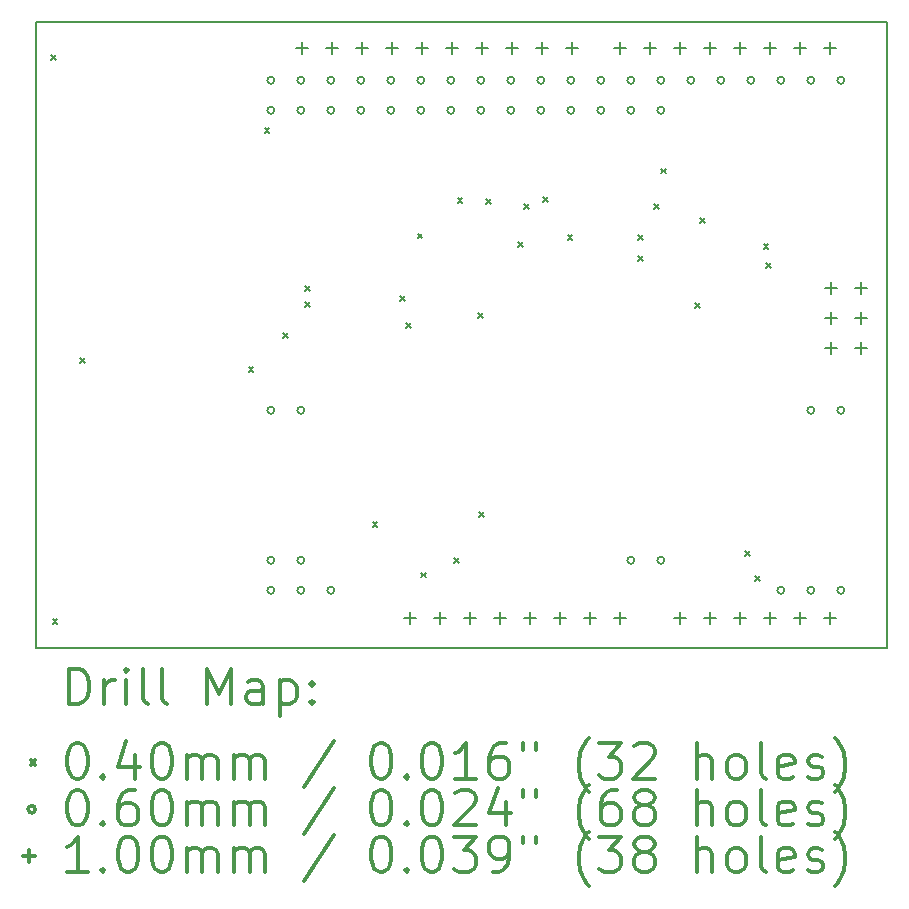
<source format=gbr>
%FSLAX45Y45*%
G04 Gerber Fmt 4.5, Leading zero omitted, Abs format (unit mm)*
G04 Created by KiCad (PCBNEW 5.0.2-bee76a0~70~ubuntu18.04.1) date Fr 23 Aug 2019 08:39:26 CEST*
%MOMM*%
%LPD*%
G01*
G04 APERTURE LIST*
%ADD10C,0.150000*%
%ADD11C,0.200000*%
%ADD12C,0.300000*%
G04 APERTURE END LIST*
D10*
X12300000Y-13000000D02*
X12300000Y-7700000D01*
X5100000Y-7700000D02*
X5100000Y-13000000D01*
X12300000Y-7700000D02*
X5100000Y-7700000D01*
X5100000Y-13000000D02*
X12300000Y-13000000D01*
D11*
X5230000Y-7980000D02*
X5270000Y-8020000D01*
X5270000Y-7980000D02*
X5230000Y-8020000D01*
X5240000Y-12755000D02*
X5280000Y-12795000D01*
X5280000Y-12755000D02*
X5240000Y-12795000D01*
X5470000Y-10545000D02*
X5510000Y-10585000D01*
X5510000Y-10545000D02*
X5470000Y-10585000D01*
X6900000Y-10620000D02*
X6940000Y-10660000D01*
X6940000Y-10620000D02*
X6900000Y-10660000D01*
X7035000Y-8595000D02*
X7075000Y-8635000D01*
X7075000Y-8595000D02*
X7035000Y-8635000D01*
X7190000Y-10330000D02*
X7230000Y-10370000D01*
X7230000Y-10330000D02*
X7190000Y-10370000D01*
X7380000Y-9935000D02*
X7420000Y-9975000D01*
X7420000Y-9935000D02*
X7380000Y-9975000D01*
X7380000Y-10070000D02*
X7420000Y-10110000D01*
X7420000Y-10070000D02*
X7380000Y-10110000D01*
X7950000Y-11930000D02*
X7990000Y-11970000D01*
X7990000Y-11930000D02*
X7950000Y-11970000D01*
X8185000Y-10020000D02*
X8225000Y-10060000D01*
X8225000Y-10020000D02*
X8185000Y-10060000D01*
X8235000Y-10250000D02*
X8275000Y-10290000D01*
X8275000Y-10250000D02*
X8235000Y-10290000D01*
X8330000Y-9490000D02*
X8370000Y-9530000D01*
X8370000Y-9490000D02*
X8330000Y-9530000D01*
X8360000Y-12360000D02*
X8400000Y-12400000D01*
X8400000Y-12360000D02*
X8360000Y-12400000D01*
X8640000Y-12240000D02*
X8680000Y-12280000D01*
X8680000Y-12240000D02*
X8640000Y-12280000D01*
X8670000Y-9190000D02*
X8710000Y-9230000D01*
X8710000Y-9190000D02*
X8670000Y-9230000D01*
X8840000Y-10160000D02*
X8880000Y-10200000D01*
X8880000Y-10160000D02*
X8840000Y-10200000D01*
X8850000Y-11850000D02*
X8890000Y-11890000D01*
X8890000Y-11850000D02*
X8850000Y-11890000D01*
X8910000Y-9200000D02*
X8950000Y-9240000D01*
X8950000Y-9200000D02*
X8910000Y-9240000D01*
X9180000Y-9560000D02*
X9220000Y-9600000D01*
X9220000Y-9560000D02*
X9180000Y-9600000D01*
X9230000Y-9240000D02*
X9270000Y-9280000D01*
X9270000Y-9240000D02*
X9230000Y-9280000D01*
X9390000Y-9180000D02*
X9430000Y-9220000D01*
X9430000Y-9180000D02*
X9390000Y-9220000D01*
X9600000Y-9500000D02*
X9640000Y-9540000D01*
X9640000Y-9500000D02*
X9600000Y-9540000D01*
X10200000Y-9500000D02*
X10240000Y-9540000D01*
X10240000Y-9500000D02*
X10200000Y-9540000D01*
X10200000Y-9680000D02*
X10240000Y-9720000D01*
X10240000Y-9680000D02*
X10200000Y-9720000D01*
X10330000Y-9240000D02*
X10370000Y-9280000D01*
X10370000Y-9240000D02*
X10330000Y-9280000D01*
X10390000Y-8940000D02*
X10430000Y-8980000D01*
X10430000Y-8940000D02*
X10390000Y-8980000D01*
X10680000Y-10080000D02*
X10720000Y-10120000D01*
X10720000Y-10080000D02*
X10680000Y-10120000D01*
X10720000Y-9360000D02*
X10760000Y-9400000D01*
X10760000Y-9360000D02*
X10720000Y-9400000D01*
X11100000Y-12180000D02*
X11140000Y-12220000D01*
X11140000Y-12180000D02*
X11100000Y-12220000D01*
X11190000Y-12390000D02*
X11230000Y-12430000D01*
X11230000Y-12390000D02*
X11190000Y-12430000D01*
X11260000Y-9580000D02*
X11300000Y-9620000D01*
X11300000Y-9580000D02*
X11260000Y-9620000D01*
X11280000Y-9740000D02*
X11320000Y-9780000D01*
X11320000Y-9740000D02*
X11280000Y-9780000D01*
X7117000Y-8191000D02*
G75*
G03X7117000Y-8191000I-30000J0D01*
G01*
X7117000Y-10985000D02*
G75*
G03X7117000Y-10985000I-30000J0D01*
G01*
X7371000Y-8191000D02*
G75*
G03X7371000Y-8191000I-30000J0D01*
G01*
X7371000Y-10985000D02*
G75*
G03X7371000Y-10985000I-30000J0D01*
G01*
X7625000Y-8191000D02*
G75*
G03X7625000Y-8191000I-30000J0D01*
G01*
X7879000Y-8191000D02*
G75*
G03X7879000Y-8191000I-30000J0D01*
G01*
X8133000Y-8191000D02*
G75*
G03X8133000Y-8191000I-30000J0D01*
G01*
X8387000Y-8191000D02*
G75*
G03X8387000Y-8191000I-30000J0D01*
G01*
X8641000Y-8191000D02*
G75*
G03X8641000Y-8191000I-30000J0D01*
G01*
X8895000Y-8191000D02*
G75*
G03X8895000Y-8191000I-30000J0D01*
G01*
X9149000Y-8191000D02*
G75*
G03X9149000Y-8191000I-30000J0D01*
G01*
X9403000Y-8191000D02*
G75*
G03X9403000Y-8191000I-30000J0D01*
G01*
X9657000Y-8191000D02*
G75*
G03X9657000Y-8191000I-30000J0D01*
G01*
X9911000Y-8191000D02*
G75*
G03X9911000Y-8191000I-30000J0D01*
G01*
X10165000Y-8191000D02*
G75*
G03X10165000Y-8191000I-30000J0D01*
G01*
X10419000Y-8191000D02*
G75*
G03X10419000Y-8191000I-30000J0D01*
G01*
X10673000Y-8191000D02*
G75*
G03X10673000Y-8191000I-30000J0D01*
G01*
X10927000Y-8191000D02*
G75*
G03X10927000Y-8191000I-30000J0D01*
G01*
X11181000Y-8191000D02*
G75*
G03X11181000Y-8191000I-30000J0D01*
G01*
X11435000Y-8191000D02*
G75*
G03X11435000Y-8191000I-30000J0D01*
G01*
X11689000Y-8191000D02*
G75*
G03X11689000Y-8191000I-30000J0D01*
G01*
X11689000Y-10985000D02*
G75*
G03X11689000Y-10985000I-30000J0D01*
G01*
X11943000Y-8191000D02*
G75*
G03X11943000Y-8191000I-30000J0D01*
G01*
X11943000Y-10985000D02*
G75*
G03X11943000Y-10985000I-30000J0D01*
G01*
X7117000Y-8191000D02*
G75*
G03X7117000Y-8191000I-30000J0D01*
G01*
X7117000Y-12509000D02*
G75*
G03X7117000Y-12509000I-30000J0D01*
G01*
X7371000Y-8191000D02*
G75*
G03X7371000Y-8191000I-30000J0D01*
G01*
X7371000Y-12509000D02*
G75*
G03X7371000Y-12509000I-30000J0D01*
G01*
X7625000Y-8191000D02*
G75*
G03X7625000Y-8191000I-30000J0D01*
G01*
X7625000Y-12509000D02*
G75*
G03X7625000Y-12509000I-30000J0D01*
G01*
X7879000Y-8191000D02*
G75*
G03X7879000Y-8191000I-30000J0D01*
G01*
X8133000Y-8191000D02*
G75*
G03X8133000Y-8191000I-30000J0D01*
G01*
X8387000Y-8191000D02*
G75*
G03X8387000Y-8191000I-30000J0D01*
G01*
X8641000Y-8191000D02*
G75*
G03X8641000Y-8191000I-30000J0D01*
G01*
X8895000Y-8191000D02*
G75*
G03X8895000Y-8191000I-30000J0D01*
G01*
X9149000Y-8191000D02*
G75*
G03X9149000Y-8191000I-30000J0D01*
G01*
X9403000Y-8191000D02*
G75*
G03X9403000Y-8191000I-30000J0D01*
G01*
X9657000Y-8191000D02*
G75*
G03X9657000Y-8191000I-30000J0D01*
G01*
X9911000Y-8191000D02*
G75*
G03X9911000Y-8191000I-30000J0D01*
G01*
X10165000Y-8191000D02*
G75*
G03X10165000Y-8191000I-30000J0D01*
G01*
X10419000Y-8191000D02*
G75*
G03X10419000Y-8191000I-30000J0D01*
G01*
X10673000Y-8191000D02*
G75*
G03X10673000Y-8191000I-30000J0D01*
G01*
X10927000Y-8191000D02*
G75*
G03X10927000Y-8191000I-30000J0D01*
G01*
X11181000Y-8191000D02*
G75*
G03X11181000Y-8191000I-30000J0D01*
G01*
X11435000Y-8191000D02*
G75*
G03X11435000Y-8191000I-30000J0D01*
G01*
X11435000Y-12509000D02*
G75*
G03X11435000Y-12509000I-30000J0D01*
G01*
X11689000Y-8191000D02*
G75*
G03X11689000Y-8191000I-30000J0D01*
G01*
X11689000Y-12509000D02*
G75*
G03X11689000Y-12509000I-30000J0D01*
G01*
X11943000Y-8191000D02*
G75*
G03X11943000Y-8191000I-30000J0D01*
G01*
X11943000Y-12509000D02*
G75*
G03X11943000Y-12509000I-30000J0D01*
G01*
X7117000Y-8445000D02*
G75*
G03X7117000Y-8445000I-30000J0D01*
G01*
X7117000Y-12255000D02*
G75*
G03X7117000Y-12255000I-30000J0D01*
G01*
X7371000Y-8445000D02*
G75*
G03X7371000Y-8445000I-30000J0D01*
G01*
X7371000Y-12255000D02*
G75*
G03X7371000Y-12255000I-30000J0D01*
G01*
X7625000Y-8445000D02*
G75*
G03X7625000Y-8445000I-30000J0D01*
G01*
X7879000Y-8445000D02*
G75*
G03X7879000Y-8445000I-30000J0D01*
G01*
X8133000Y-8445000D02*
G75*
G03X8133000Y-8445000I-30000J0D01*
G01*
X8387000Y-8445000D02*
G75*
G03X8387000Y-8445000I-30000J0D01*
G01*
X8641000Y-8445000D02*
G75*
G03X8641000Y-8445000I-30000J0D01*
G01*
X8895000Y-8445000D02*
G75*
G03X8895000Y-8445000I-30000J0D01*
G01*
X9149000Y-8445000D02*
G75*
G03X9149000Y-8445000I-30000J0D01*
G01*
X9403000Y-8445000D02*
G75*
G03X9403000Y-8445000I-30000J0D01*
G01*
X9657000Y-8445000D02*
G75*
G03X9657000Y-8445000I-30000J0D01*
G01*
X9911000Y-8445000D02*
G75*
G03X9911000Y-8445000I-30000J0D01*
G01*
X10165000Y-8445000D02*
G75*
G03X10165000Y-8445000I-30000J0D01*
G01*
X10165000Y-12255000D02*
G75*
G03X10165000Y-12255000I-30000J0D01*
G01*
X10419000Y-8445000D02*
G75*
G03X10419000Y-8445000I-30000J0D01*
G01*
X10419000Y-12255000D02*
G75*
G03X10419000Y-12255000I-30000J0D01*
G01*
X7349600Y-7870000D02*
X7349600Y-7970000D01*
X7299600Y-7920000D02*
X7399600Y-7920000D01*
X7603600Y-7870000D02*
X7603600Y-7970000D01*
X7553600Y-7920000D02*
X7653600Y-7920000D01*
X7857600Y-7870000D02*
X7857600Y-7970000D01*
X7807600Y-7920000D02*
X7907600Y-7920000D01*
X8111600Y-7870000D02*
X8111600Y-7970000D01*
X8061600Y-7920000D02*
X8161600Y-7920000D01*
X8264000Y-12696000D02*
X8264000Y-12796000D01*
X8214000Y-12746000D02*
X8314000Y-12746000D01*
X8365600Y-7870000D02*
X8365600Y-7970000D01*
X8315600Y-7920000D02*
X8415600Y-7920000D01*
X8518000Y-12696000D02*
X8518000Y-12796000D01*
X8468000Y-12746000D02*
X8568000Y-12746000D01*
X8619600Y-7870000D02*
X8619600Y-7970000D01*
X8569600Y-7920000D02*
X8669600Y-7920000D01*
X8772000Y-12696000D02*
X8772000Y-12796000D01*
X8722000Y-12746000D02*
X8822000Y-12746000D01*
X8873600Y-7870000D02*
X8873600Y-7970000D01*
X8823600Y-7920000D02*
X8923600Y-7920000D01*
X9026000Y-12696000D02*
X9026000Y-12796000D01*
X8976000Y-12746000D02*
X9076000Y-12746000D01*
X9127600Y-7870000D02*
X9127600Y-7970000D01*
X9077600Y-7920000D02*
X9177600Y-7920000D01*
X9280000Y-12696000D02*
X9280000Y-12796000D01*
X9230000Y-12746000D02*
X9330000Y-12746000D01*
X9381600Y-7870000D02*
X9381600Y-7970000D01*
X9331600Y-7920000D02*
X9431600Y-7920000D01*
X9534000Y-12696000D02*
X9534000Y-12796000D01*
X9484000Y-12746000D02*
X9584000Y-12746000D01*
X9635600Y-7870000D02*
X9635600Y-7970000D01*
X9585600Y-7920000D02*
X9685600Y-7920000D01*
X9788000Y-12696000D02*
X9788000Y-12796000D01*
X9738000Y-12746000D02*
X9838000Y-12746000D01*
X10042000Y-7870000D02*
X10042000Y-7970000D01*
X9992000Y-7920000D02*
X10092000Y-7920000D01*
X10042000Y-12696000D02*
X10042000Y-12796000D01*
X9992000Y-12746000D02*
X10092000Y-12746000D01*
X10296000Y-7870000D02*
X10296000Y-7970000D01*
X10246000Y-7920000D02*
X10346000Y-7920000D01*
X10550000Y-7870000D02*
X10550000Y-7970000D01*
X10500000Y-7920000D02*
X10600000Y-7920000D01*
X10550000Y-12696000D02*
X10550000Y-12796000D01*
X10500000Y-12746000D02*
X10600000Y-12746000D01*
X10804000Y-7870000D02*
X10804000Y-7970000D01*
X10754000Y-7920000D02*
X10854000Y-7920000D01*
X10804000Y-12696000D02*
X10804000Y-12796000D01*
X10754000Y-12746000D02*
X10854000Y-12746000D01*
X11058000Y-7870000D02*
X11058000Y-7970000D01*
X11008000Y-7920000D02*
X11108000Y-7920000D01*
X11058000Y-12696000D02*
X11058000Y-12796000D01*
X11008000Y-12746000D02*
X11108000Y-12746000D01*
X11312000Y-7870000D02*
X11312000Y-7970000D01*
X11262000Y-7920000D02*
X11362000Y-7920000D01*
X11312000Y-12696000D02*
X11312000Y-12796000D01*
X11262000Y-12746000D02*
X11362000Y-12746000D01*
X11566000Y-7870000D02*
X11566000Y-7970000D01*
X11516000Y-7920000D02*
X11616000Y-7920000D01*
X11566000Y-12696000D02*
X11566000Y-12796000D01*
X11516000Y-12746000D02*
X11616000Y-12746000D01*
X11820000Y-7870000D02*
X11820000Y-7970000D01*
X11770000Y-7920000D02*
X11870000Y-7920000D01*
X11820000Y-12696000D02*
X11820000Y-12796000D01*
X11770000Y-12746000D02*
X11870000Y-12746000D01*
X11832700Y-9902000D02*
X11832700Y-10002000D01*
X11782700Y-9952000D02*
X11882700Y-9952000D01*
X11832700Y-10156000D02*
X11832700Y-10256000D01*
X11782700Y-10206000D02*
X11882700Y-10206000D01*
X11832700Y-10410000D02*
X11832700Y-10510000D01*
X11782700Y-10460000D02*
X11882700Y-10460000D01*
X12086700Y-9902000D02*
X12086700Y-10002000D01*
X12036700Y-9952000D02*
X12136700Y-9952000D01*
X12086700Y-10156000D02*
X12086700Y-10256000D01*
X12036700Y-10206000D02*
X12136700Y-10206000D01*
X12086700Y-10410000D02*
X12086700Y-10510000D01*
X12036700Y-10460000D02*
X12136700Y-10460000D01*
D12*
X5378928Y-13473214D02*
X5378928Y-13173214D01*
X5450357Y-13173214D01*
X5493214Y-13187500D01*
X5521786Y-13216071D01*
X5536071Y-13244643D01*
X5550357Y-13301786D01*
X5550357Y-13344643D01*
X5536071Y-13401786D01*
X5521786Y-13430357D01*
X5493214Y-13458929D01*
X5450357Y-13473214D01*
X5378928Y-13473214D01*
X5678928Y-13473214D02*
X5678928Y-13273214D01*
X5678928Y-13330357D02*
X5693214Y-13301786D01*
X5707500Y-13287500D01*
X5736071Y-13273214D01*
X5764643Y-13273214D01*
X5864643Y-13473214D02*
X5864643Y-13273214D01*
X5864643Y-13173214D02*
X5850357Y-13187500D01*
X5864643Y-13201786D01*
X5878928Y-13187500D01*
X5864643Y-13173214D01*
X5864643Y-13201786D01*
X6050357Y-13473214D02*
X6021786Y-13458929D01*
X6007500Y-13430357D01*
X6007500Y-13173214D01*
X6207500Y-13473214D02*
X6178928Y-13458929D01*
X6164643Y-13430357D01*
X6164643Y-13173214D01*
X6550357Y-13473214D02*
X6550357Y-13173214D01*
X6650357Y-13387500D01*
X6750357Y-13173214D01*
X6750357Y-13473214D01*
X7021786Y-13473214D02*
X7021786Y-13316071D01*
X7007500Y-13287500D01*
X6978928Y-13273214D01*
X6921786Y-13273214D01*
X6893214Y-13287500D01*
X7021786Y-13458929D02*
X6993214Y-13473214D01*
X6921786Y-13473214D01*
X6893214Y-13458929D01*
X6878928Y-13430357D01*
X6878928Y-13401786D01*
X6893214Y-13373214D01*
X6921786Y-13358929D01*
X6993214Y-13358929D01*
X7021786Y-13344643D01*
X7164643Y-13273214D02*
X7164643Y-13573214D01*
X7164643Y-13287500D02*
X7193214Y-13273214D01*
X7250357Y-13273214D01*
X7278928Y-13287500D01*
X7293214Y-13301786D01*
X7307500Y-13330357D01*
X7307500Y-13416071D01*
X7293214Y-13444643D01*
X7278928Y-13458929D01*
X7250357Y-13473214D01*
X7193214Y-13473214D01*
X7164643Y-13458929D01*
X7436071Y-13444643D02*
X7450357Y-13458929D01*
X7436071Y-13473214D01*
X7421786Y-13458929D01*
X7436071Y-13444643D01*
X7436071Y-13473214D01*
X7436071Y-13287500D02*
X7450357Y-13301786D01*
X7436071Y-13316071D01*
X7421786Y-13301786D01*
X7436071Y-13287500D01*
X7436071Y-13316071D01*
X5052500Y-13947500D02*
X5092500Y-13987500D01*
X5092500Y-13947500D02*
X5052500Y-13987500D01*
X5436071Y-13803214D02*
X5464643Y-13803214D01*
X5493214Y-13817500D01*
X5507500Y-13831786D01*
X5521786Y-13860357D01*
X5536071Y-13917500D01*
X5536071Y-13988929D01*
X5521786Y-14046071D01*
X5507500Y-14074643D01*
X5493214Y-14088929D01*
X5464643Y-14103214D01*
X5436071Y-14103214D01*
X5407500Y-14088929D01*
X5393214Y-14074643D01*
X5378928Y-14046071D01*
X5364643Y-13988929D01*
X5364643Y-13917500D01*
X5378928Y-13860357D01*
X5393214Y-13831786D01*
X5407500Y-13817500D01*
X5436071Y-13803214D01*
X5664643Y-14074643D02*
X5678928Y-14088929D01*
X5664643Y-14103214D01*
X5650357Y-14088929D01*
X5664643Y-14074643D01*
X5664643Y-14103214D01*
X5936071Y-13903214D02*
X5936071Y-14103214D01*
X5864643Y-13788929D02*
X5793214Y-14003214D01*
X5978928Y-14003214D01*
X6150357Y-13803214D02*
X6178928Y-13803214D01*
X6207500Y-13817500D01*
X6221786Y-13831786D01*
X6236071Y-13860357D01*
X6250357Y-13917500D01*
X6250357Y-13988929D01*
X6236071Y-14046071D01*
X6221786Y-14074643D01*
X6207500Y-14088929D01*
X6178928Y-14103214D01*
X6150357Y-14103214D01*
X6121786Y-14088929D01*
X6107500Y-14074643D01*
X6093214Y-14046071D01*
X6078928Y-13988929D01*
X6078928Y-13917500D01*
X6093214Y-13860357D01*
X6107500Y-13831786D01*
X6121786Y-13817500D01*
X6150357Y-13803214D01*
X6378928Y-14103214D02*
X6378928Y-13903214D01*
X6378928Y-13931786D02*
X6393214Y-13917500D01*
X6421786Y-13903214D01*
X6464643Y-13903214D01*
X6493214Y-13917500D01*
X6507500Y-13946071D01*
X6507500Y-14103214D01*
X6507500Y-13946071D02*
X6521786Y-13917500D01*
X6550357Y-13903214D01*
X6593214Y-13903214D01*
X6621786Y-13917500D01*
X6636071Y-13946071D01*
X6636071Y-14103214D01*
X6778928Y-14103214D02*
X6778928Y-13903214D01*
X6778928Y-13931786D02*
X6793214Y-13917500D01*
X6821786Y-13903214D01*
X6864643Y-13903214D01*
X6893214Y-13917500D01*
X6907500Y-13946071D01*
X6907500Y-14103214D01*
X6907500Y-13946071D02*
X6921786Y-13917500D01*
X6950357Y-13903214D01*
X6993214Y-13903214D01*
X7021786Y-13917500D01*
X7036071Y-13946071D01*
X7036071Y-14103214D01*
X7621786Y-13788929D02*
X7364643Y-14174643D01*
X8007500Y-13803214D02*
X8036071Y-13803214D01*
X8064643Y-13817500D01*
X8078928Y-13831786D01*
X8093214Y-13860357D01*
X8107500Y-13917500D01*
X8107500Y-13988929D01*
X8093214Y-14046071D01*
X8078928Y-14074643D01*
X8064643Y-14088929D01*
X8036071Y-14103214D01*
X8007500Y-14103214D01*
X7978928Y-14088929D01*
X7964643Y-14074643D01*
X7950357Y-14046071D01*
X7936071Y-13988929D01*
X7936071Y-13917500D01*
X7950357Y-13860357D01*
X7964643Y-13831786D01*
X7978928Y-13817500D01*
X8007500Y-13803214D01*
X8236071Y-14074643D02*
X8250357Y-14088929D01*
X8236071Y-14103214D01*
X8221786Y-14088929D01*
X8236071Y-14074643D01*
X8236071Y-14103214D01*
X8436071Y-13803214D02*
X8464643Y-13803214D01*
X8493214Y-13817500D01*
X8507500Y-13831786D01*
X8521786Y-13860357D01*
X8536071Y-13917500D01*
X8536071Y-13988929D01*
X8521786Y-14046071D01*
X8507500Y-14074643D01*
X8493214Y-14088929D01*
X8464643Y-14103214D01*
X8436071Y-14103214D01*
X8407500Y-14088929D01*
X8393214Y-14074643D01*
X8378928Y-14046071D01*
X8364643Y-13988929D01*
X8364643Y-13917500D01*
X8378928Y-13860357D01*
X8393214Y-13831786D01*
X8407500Y-13817500D01*
X8436071Y-13803214D01*
X8821786Y-14103214D02*
X8650357Y-14103214D01*
X8736071Y-14103214D02*
X8736071Y-13803214D01*
X8707500Y-13846071D01*
X8678928Y-13874643D01*
X8650357Y-13888929D01*
X9078928Y-13803214D02*
X9021786Y-13803214D01*
X8993214Y-13817500D01*
X8978928Y-13831786D01*
X8950357Y-13874643D01*
X8936071Y-13931786D01*
X8936071Y-14046071D01*
X8950357Y-14074643D01*
X8964643Y-14088929D01*
X8993214Y-14103214D01*
X9050357Y-14103214D01*
X9078928Y-14088929D01*
X9093214Y-14074643D01*
X9107500Y-14046071D01*
X9107500Y-13974643D01*
X9093214Y-13946071D01*
X9078928Y-13931786D01*
X9050357Y-13917500D01*
X8993214Y-13917500D01*
X8964643Y-13931786D01*
X8950357Y-13946071D01*
X8936071Y-13974643D01*
X9221786Y-13803214D02*
X9221786Y-13860357D01*
X9336071Y-13803214D02*
X9336071Y-13860357D01*
X9778928Y-14217500D02*
X9764643Y-14203214D01*
X9736071Y-14160357D01*
X9721786Y-14131786D01*
X9707500Y-14088929D01*
X9693214Y-14017500D01*
X9693214Y-13960357D01*
X9707500Y-13888929D01*
X9721786Y-13846071D01*
X9736071Y-13817500D01*
X9764643Y-13774643D01*
X9778928Y-13760357D01*
X9864643Y-13803214D02*
X10050357Y-13803214D01*
X9950357Y-13917500D01*
X9993214Y-13917500D01*
X10021786Y-13931786D01*
X10036071Y-13946071D01*
X10050357Y-13974643D01*
X10050357Y-14046071D01*
X10036071Y-14074643D01*
X10021786Y-14088929D01*
X9993214Y-14103214D01*
X9907500Y-14103214D01*
X9878928Y-14088929D01*
X9864643Y-14074643D01*
X10164643Y-13831786D02*
X10178928Y-13817500D01*
X10207500Y-13803214D01*
X10278928Y-13803214D01*
X10307500Y-13817500D01*
X10321786Y-13831786D01*
X10336071Y-13860357D01*
X10336071Y-13888929D01*
X10321786Y-13931786D01*
X10150357Y-14103214D01*
X10336071Y-14103214D01*
X10693214Y-14103214D02*
X10693214Y-13803214D01*
X10821786Y-14103214D02*
X10821786Y-13946071D01*
X10807500Y-13917500D01*
X10778928Y-13903214D01*
X10736071Y-13903214D01*
X10707500Y-13917500D01*
X10693214Y-13931786D01*
X11007500Y-14103214D02*
X10978928Y-14088929D01*
X10964643Y-14074643D01*
X10950357Y-14046071D01*
X10950357Y-13960357D01*
X10964643Y-13931786D01*
X10978928Y-13917500D01*
X11007500Y-13903214D01*
X11050357Y-13903214D01*
X11078928Y-13917500D01*
X11093214Y-13931786D01*
X11107500Y-13960357D01*
X11107500Y-14046071D01*
X11093214Y-14074643D01*
X11078928Y-14088929D01*
X11050357Y-14103214D01*
X11007500Y-14103214D01*
X11278928Y-14103214D02*
X11250357Y-14088929D01*
X11236071Y-14060357D01*
X11236071Y-13803214D01*
X11507500Y-14088929D02*
X11478928Y-14103214D01*
X11421786Y-14103214D01*
X11393214Y-14088929D01*
X11378928Y-14060357D01*
X11378928Y-13946071D01*
X11393214Y-13917500D01*
X11421786Y-13903214D01*
X11478928Y-13903214D01*
X11507500Y-13917500D01*
X11521786Y-13946071D01*
X11521786Y-13974643D01*
X11378928Y-14003214D01*
X11636071Y-14088929D02*
X11664643Y-14103214D01*
X11721786Y-14103214D01*
X11750357Y-14088929D01*
X11764643Y-14060357D01*
X11764643Y-14046071D01*
X11750357Y-14017500D01*
X11721786Y-14003214D01*
X11678928Y-14003214D01*
X11650357Y-13988929D01*
X11636071Y-13960357D01*
X11636071Y-13946071D01*
X11650357Y-13917500D01*
X11678928Y-13903214D01*
X11721786Y-13903214D01*
X11750357Y-13917500D01*
X11864643Y-14217500D02*
X11878928Y-14203214D01*
X11907500Y-14160357D01*
X11921786Y-14131786D01*
X11936071Y-14088929D01*
X11950357Y-14017500D01*
X11950357Y-13960357D01*
X11936071Y-13888929D01*
X11921786Y-13846071D01*
X11907500Y-13817500D01*
X11878928Y-13774643D01*
X11864643Y-13760357D01*
X5092500Y-14363500D02*
G75*
G03X5092500Y-14363500I-30000J0D01*
G01*
X5436071Y-14199214D02*
X5464643Y-14199214D01*
X5493214Y-14213500D01*
X5507500Y-14227786D01*
X5521786Y-14256357D01*
X5536071Y-14313500D01*
X5536071Y-14384929D01*
X5521786Y-14442071D01*
X5507500Y-14470643D01*
X5493214Y-14484929D01*
X5464643Y-14499214D01*
X5436071Y-14499214D01*
X5407500Y-14484929D01*
X5393214Y-14470643D01*
X5378928Y-14442071D01*
X5364643Y-14384929D01*
X5364643Y-14313500D01*
X5378928Y-14256357D01*
X5393214Y-14227786D01*
X5407500Y-14213500D01*
X5436071Y-14199214D01*
X5664643Y-14470643D02*
X5678928Y-14484929D01*
X5664643Y-14499214D01*
X5650357Y-14484929D01*
X5664643Y-14470643D01*
X5664643Y-14499214D01*
X5936071Y-14199214D02*
X5878928Y-14199214D01*
X5850357Y-14213500D01*
X5836071Y-14227786D01*
X5807500Y-14270643D01*
X5793214Y-14327786D01*
X5793214Y-14442071D01*
X5807500Y-14470643D01*
X5821786Y-14484929D01*
X5850357Y-14499214D01*
X5907500Y-14499214D01*
X5936071Y-14484929D01*
X5950357Y-14470643D01*
X5964643Y-14442071D01*
X5964643Y-14370643D01*
X5950357Y-14342071D01*
X5936071Y-14327786D01*
X5907500Y-14313500D01*
X5850357Y-14313500D01*
X5821786Y-14327786D01*
X5807500Y-14342071D01*
X5793214Y-14370643D01*
X6150357Y-14199214D02*
X6178928Y-14199214D01*
X6207500Y-14213500D01*
X6221786Y-14227786D01*
X6236071Y-14256357D01*
X6250357Y-14313500D01*
X6250357Y-14384929D01*
X6236071Y-14442071D01*
X6221786Y-14470643D01*
X6207500Y-14484929D01*
X6178928Y-14499214D01*
X6150357Y-14499214D01*
X6121786Y-14484929D01*
X6107500Y-14470643D01*
X6093214Y-14442071D01*
X6078928Y-14384929D01*
X6078928Y-14313500D01*
X6093214Y-14256357D01*
X6107500Y-14227786D01*
X6121786Y-14213500D01*
X6150357Y-14199214D01*
X6378928Y-14499214D02*
X6378928Y-14299214D01*
X6378928Y-14327786D02*
X6393214Y-14313500D01*
X6421786Y-14299214D01*
X6464643Y-14299214D01*
X6493214Y-14313500D01*
X6507500Y-14342071D01*
X6507500Y-14499214D01*
X6507500Y-14342071D02*
X6521786Y-14313500D01*
X6550357Y-14299214D01*
X6593214Y-14299214D01*
X6621786Y-14313500D01*
X6636071Y-14342071D01*
X6636071Y-14499214D01*
X6778928Y-14499214D02*
X6778928Y-14299214D01*
X6778928Y-14327786D02*
X6793214Y-14313500D01*
X6821786Y-14299214D01*
X6864643Y-14299214D01*
X6893214Y-14313500D01*
X6907500Y-14342071D01*
X6907500Y-14499214D01*
X6907500Y-14342071D02*
X6921786Y-14313500D01*
X6950357Y-14299214D01*
X6993214Y-14299214D01*
X7021786Y-14313500D01*
X7036071Y-14342071D01*
X7036071Y-14499214D01*
X7621786Y-14184929D02*
X7364643Y-14570643D01*
X8007500Y-14199214D02*
X8036071Y-14199214D01*
X8064643Y-14213500D01*
X8078928Y-14227786D01*
X8093214Y-14256357D01*
X8107500Y-14313500D01*
X8107500Y-14384929D01*
X8093214Y-14442071D01*
X8078928Y-14470643D01*
X8064643Y-14484929D01*
X8036071Y-14499214D01*
X8007500Y-14499214D01*
X7978928Y-14484929D01*
X7964643Y-14470643D01*
X7950357Y-14442071D01*
X7936071Y-14384929D01*
X7936071Y-14313500D01*
X7950357Y-14256357D01*
X7964643Y-14227786D01*
X7978928Y-14213500D01*
X8007500Y-14199214D01*
X8236071Y-14470643D02*
X8250357Y-14484929D01*
X8236071Y-14499214D01*
X8221786Y-14484929D01*
X8236071Y-14470643D01*
X8236071Y-14499214D01*
X8436071Y-14199214D02*
X8464643Y-14199214D01*
X8493214Y-14213500D01*
X8507500Y-14227786D01*
X8521786Y-14256357D01*
X8536071Y-14313500D01*
X8536071Y-14384929D01*
X8521786Y-14442071D01*
X8507500Y-14470643D01*
X8493214Y-14484929D01*
X8464643Y-14499214D01*
X8436071Y-14499214D01*
X8407500Y-14484929D01*
X8393214Y-14470643D01*
X8378928Y-14442071D01*
X8364643Y-14384929D01*
X8364643Y-14313500D01*
X8378928Y-14256357D01*
X8393214Y-14227786D01*
X8407500Y-14213500D01*
X8436071Y-14199214D01*
X8650357Y-14227786D02*
X8664643Y-14213500D01*
X8693214Y-14199214D01*
X8764643Y-14199214D01*
X8793214Y-14213500D01*
X8807500Y-14227786D01*
X8821786Y-14256357D01*
X8821786Y-14284929D01*
X8807500Y-14327786D01*
X8636071Y-14499214D01*
X8821786Y-14499214D01*
X9078928Y-14299214D02*
X9078928Y-14499214D01*
X9007500Y-14184929D02*
X8936071Y-14399214D01*
X9121786Y-14399214D01*
X9221786Y-14199214D02*
X9221786Y-14256357D01*
X9336071Y-14199214D02*
X9336071Y-14256357D01*
X9778928Y-14613500D02*
X9764643Y-14599214D01*
X9736071Y-14556357D01*
X9721786Y-14527786D01*
X9707500Y-14484929D01*
X9693214Y-14413500D01*
X9693214Y-14356357D01*
X9707500Y-14284929D01*
X9721786Y-14242071D01*
X9736071Y-14213500D01*
X9764643Y-14170643D01*
X9778928Y-14156357D01*
X10021786Y-14199214D02*
X9964643Y-14199214D01*
X9936071Y-14213500D01*
X9921786Y-14227786D01*
X9893214Y-14270643D01*
X9878928Y-14327786D01*
X9878928Y-14442071D01*
X9893214Y-14470643D01*
X9907500Y-14484929D01*
X9936071Y-14499214D01*
X9993214Y-14499214D01*
X10021786Y-14484929D01*
X10036071Y-14470643D01*
X10050357Y-14442071D01*
X10050357Y-14370643D01*
X10036071Y-14342071D01*
X10021786Y-14327786D01*
X9993214Y-14313500D01*
X9936071Y-14313500D01*
X9907500Y-14327786D01*
X9893214Y-14342071D01*
X9878928Y-14370643D01*
X10221786Y-14327786D02*
X10193214Y-14313500D01*
X10178928Y-14299214D01*
X10164643Y-14270643D01*
X10164643Y-14256357D01*
X10178928Y-14227786D01*
X10193214Y-14213500D01*
X10221786Y-14199214D01*
X10278928Y-14199214D01*
X10307500Y-14213500D01*
X10321786Y-14227786D01*
X10336071Y-14256357D01*
X10336071Y-14270643D01*
X10321786Y-14299214D01*
X10307500Y-14313500D01*
X10278928Y-14327786D01*
X10221786Y-14327786D01*
X10193214Y-14342071D01*
X10178928Y-14356357D01*
X10164643Y-14384929D01*
X10164643Y-14442071D01*
X10178928Y-14470643D01*
X10193214Y-14484929D01*
X10221786Y-14499214D01*
X10278928Y-14499214D01*
X10307500Y-14484929D01*
X10321786Y-14470643D01*
X10336071Y-14442071D01*
X10336071Y-14384929D01*
X10321786Y-14356357D01*
X10307500Y-14342071D01*
X10278928Y-14327786D01*
X10693214Y-14499214D02*
X10693214Y-14199214D01*
X10821786Y-14499214D02*
X10821786Y-14342071D01*
X10807500Y-14313500D01*
X10778928Y-14299214D01*
X10736071Y-14299214D01*
X10707500Y-14313500D01*
X10693214Y-14327786D01*
X11007500Y-14499214D02*
X10978928Y-14484929D01*
X10964643Y-14470643D01*
X10950357Y-14442071D01*
X10950357Y-14356357D01*
X10964643Y-14327786D01*
X10978928Y-14313500D01*
X11007500Y-14299214D01*
X11050357Y-14299214D01*
X11078928Y-14313500D01*
X11093214Y-14327786D01*
X11107500Y-14356357D01*
X11107500Y-14442071D01*
X11093214Y-14470643D01*
X11078928Y-14484929D01*
X11050357Y-14499214D01*
X11007500Y-14499214D01*
X11278928Y-14499214D02*
X11250357Y-14484929D01*
X11236071Y-14456357D01*
X11236071Y-14199214D01*
X11507500Y-14484929D02*
X11478928Y-14499214D01*
X11421786Y-14499214D01*
X11393214Y-14484929D01*
X11378928Y-14456357D01*
X11378928Y-14342071D01*
X11393214Y-14313500D01*
X11421786Y-14299214D01*
X11478928Y-14299214D01*
X11507500Y-14313500D01*
X11521786Y-14342071D01*
X11521786Y-14370643D01*
X11378928Y-14399214D01*
X11636071Y-14484929D02*
X11664643Y-14499214D01*
X11721786Y-14499214D01*
X11750357Y-14484929D01*
X11764643Y-14456357D01*
X11764643Y-14442071D01*
X11750357Y-14413500D01*
X11721786Y-14399214D01*
X11678928Y-14399214D01*
X11650357Y-14384929D01*
X11636071Y-14356357D01*
X11636071Y-14342071D01*
X11650357Y-14313500D01*
X11678928Y-14299214D01*
X11721786Y-14299214D01*
X11750357Y-14313500D01*
X11864643Y-14613500D02*
X11878928Y-14599214D01*
X11907500Y-14556357D01*
X11921786Y-14527786D01*
X11936071Y-14484929D01*
X11950357Y-14413500D01*
X11950357Y-14356357D01*
X11936071Y-14284929D01*
X11921786Y-14242071D01*
X11907500Y-14213500D01*
X11878928Y-14170643D01*
X11864643Y-14156357D01*
X5042500Y-14709500D02*
X5042500Y-14809500D01*
X4992500Y-14759500D02*
X5092500Y-14759500D01*
X5536071Y-14895214D02*
X5364643Y-14895214D01*
X5450357Y-14895214D02*
X5450357Y-14595214D01*
X5421786Y-14638071D01*
X5393214Y-14666643D01*
X5364643Y-14680929D01*
X5664643Y-14866643D02*
X5678928Y-14880929D01*
X5664643Y-14895214D01*
X5650357Y-14880929D01*
X5664643Y-14866643D01*
X5664643Y-14895214D01*
X5864643Y-14595214D02*
X5893214Y-14595214D01*
X5921786Y-14609500D01*
X5936071Y-14623786D01*
X5950357Y-14652357D01*
X5964643Y-14709500D01*
X5964643Y-14780929D01*
X5950357Y-14838071D01*
X5936071Y-14866643D01*
X5921786Y-14880929D01*
X5893214Y-14895214D01*
X5864643Y-14895214D01*
X5836071Y-14880929D01*
X5821786Y-14866643D01*
X5807500Y-14838071D01*
X5793214Y-14780929D01*
X5793214Y-14709500D01*
X5807500Y-14652357D01*
X5821786Y-14623786D01*
X5836071Y-14609500D01*
X5864643Y-14595214D01*
X6150357Y-14595214D02*
X6178928Y-14595214D01*
X6207500Y-14609500D01*
X6221786Y-14623786D01*
X6236071Y-14652357D01*
X6250357Y-14709500D01*
X6250357Y-14780929D01*
X6236071Y-14838071D01*
X6221786Y-14866643D01*
X6207500Y-14880929D01*
X6178928Y-14895214D01*
X6150357Y-14895214D01*
X6121786Y-14880929D01*
X6107500Y-14866643D01*
X6093214Y-14838071D01*
X6078928Y-14780929D01*
X6078928Y-14709500D01*
X6093214Y-14652357D01*
X6107500Y-14623786D01*
X6121786Y-14609500D01*
X6150357Y-14595214D01*
X6378928Y-14895214D02*
X6378928Y-14695214D01*
X6378928Y-14723786D02*
X6393214Y-14709500D01*
X6421786Y-14695214D01*
X6464643Y-14695214D01*
X6493214Y-14709500D01*
X6507500Y-14738071D01*
X6507500Y-14895214D01*
X6507500Y-14738071D02*
X6521786Y-14709500D01*
X6550357Y-14695214D01*
X6593214Y-14695214D01*
X6621786Y-14709500D01*
X6636071Y-14738071D01*
X6636071Y-14895214D01*
X6778928Y-14895214D02*
X6778928Y-14695214D01*
X6778928Y-14723786D02*
X6793214Y-14709500D01*
X6821786Y-14695214D01*
X6864643Y-14695214D01*
X6893214Y-14709500D01*
X6907500Y-14738071D01*
X6907500Y-14895214D01*
X6907500Y-14738071D02*
X6921786Y-14709500D01*
X6950357Y-14695214D01*
X6993214Y-14695214D01*
X7021786Y-14709500D01*
X7036071Y-14738071D01*
X7036071Y-14895214D01*
X7621786Y-14580929D02*
X7364643Y-14966643D01*
X8007500Y-14595214D02*
X8036071Y-14595214D01*
X8064643Y-14609500D01*
X8078928Y-14623786D01*
X8093214Y-14652357D01*
X8107500Y-14709500D01*
X8107500Y-14780929D01*
X8093214Y-14838071D01*
X8078928Y-14866643D01*
X8064643Y-14880929D01*
X8036071Y-14895214D01*
X8007500Y-14895214D01*
X7978928Y-14880929D01*
X7964643Y-14866643D01*
X7950357Y-14838071D01*
X7936071Y-14780929D01*
X7936071Y-14709500D01*
X7950357Y-14652357D01*
X7964643Y-14623786D01*
X7978928Y-14609500D01*
X8007500Y-14595214D01*
X8236071Y-14866643D02*
X8250357Y-14880929D01*
X8236071Y-14895214D01*
X8221786Y-14880929D01*
X8236071Y-14866643D01*
X8236071Y-14895214D01*
X8436071Y-14595214D02*
X8464643Y-14595214D01*
X8493214Y-14609500D01*
X8507500Y-14623786D01*
X8521786Y-14652357D01*
X8536071Y-14709500D01*
X8536071Y-14780929D01*
X8521786Y-14838071D01*
X8507500Y-14866643D01*
X8493214Y-14880929D01*
X8464643Y-14895214D01*
X8436071Y-14895214D01*
X8407500Y-14880929D01*
X8393214Y-14866643D01*
X8378928Y-14838071D01*
X8364643Y-14780929D01*
X8364643Y-14709500D01*
X8378928Y-14652357D01*
X8393214Y-14623786D01*
X8407500Y-14609500D01*
X8436071Y-14595214D01*
X8636071Y-14595214D02*
X8821786Y-14595214D01*
X8721786Y-14709500D01*
X8764643Y-14709500D01*
X8793214Y-14723786D01*
X8807500Y-14738071D01*
X8821786Y-14766643D01*
X8821786Y-14838071D01*
X8807500Y-14866643D01*
X8793214Y-14880929D01*
X8764643Y-14895214D01*
X8678928Y-14895214D01*
X8650357Y-14880929D01*
X8636071Y-14866643D01*
X8964643Y-14895214D02*
X9021786Y-14895214D01*
X9050357Y-14880929D01*
X9064643Y-14866643D01*
X9093214Y-14823786D01*
X9107500Y-14766643D01*
X9107500Y-14652357D01*
X9093214Y-14623786D01*
X9078928Y-14609500D01*
X9050357Y-14595214D01*
X8993214Y-14595214D01*
X8964643Y-14609500D01*
X8950357Y-14623786D01*
X8936071Y-14652357D01*
X8936071Y-14723786D01*
X8950357Y-14752357D01*
X8964643Y-14766643D01*
X8993214Y-14780929D01*
X9050357Y-14780929D01*
X9078928Y-14766643D01*
X9093214Y-14752357D01*
X9107500Y-14723786D01*
X9221786Y-14595214D02*
X9221786Y-14652357D01*
X9336071Y-14595214D02*
X9336071Y-14652357D01*
X9778928Y-15009500D02*
X9764643Y-14995214D01*
X9736071Y-14952357D01*
X9721786Y-14923786D01*
X9707500Y-14880929D01*
X9693214Y-14809500D01*
X9693214Y-14752357D01*
X9707500Y-14680929D01*
X9721786Y-14638071D01*
X9736071Y-14609500D01*
X9764643Y-14566643D01*
X9778928Y-14552357D01*
X9864643Y-14595214D02*
X10050357Y-14595214D01*
X9950357Y-14709500D01*
X9993214Y-14709500D01*
X10021786Y-14723786D01*
X10036071Y-14738071D01*
X10050357Y-14766643D01*
X10050357Y-14838071D01*
X10036071Y-14866643D01*
X10021786Y-14880929D01*
X9993214Y-14895214D01*
X9907500Y-14895214D01*
X9878928Y-14880929D01*
X9864643Y-14866643D01*
X10221786Y-14723786D02*
X10193214Y-14709500D01*
X10178928Y-14695214D01*
X10164643Y-14666643D01*
X10164643Y-14652357D01*
X10178928Y-14623786D01*
X10193214Y-14609500D01*
X10221786Y-14595214D01*
X10278928Y-14595214D01*
X10307500Y-14609500D01*
X10321786Y-14623786D01*
X10336071Y-14652357D01*
X10336071Y-14666643D01*
X10321786Y-14695214D01*
X10307500Y-14709500D01*
X10278928Y-14723786D01*
X10221786Y-14723786D01*
X10193214Y-14738071D01*
X10178928Y-14752357D01*
X10164643Y-14780929D01*
X10164643Y-14838071D01*
X10178928Y-14866643D01*
X10193214Y-14880929D01*
X10221786Y-14895214D01*
X10278928Y-14895214D01*
X10307500Y-14880929D01*
X10321786Y-14866643D01*
X10336071Y-14838071D01*
X10336071Y-14780929D01*
X10321786Y-14752357D01*
X10307500Y-14738071D01*
X10278928Y-14723786D01*
X10693214Y-14895214D02*
X10693214Y-14595214D01*
X10821786Y-14895214D02*
X10821786Y-14738071D01*
X10807500Y-14709500D01*
X10778928Y-14695214D01*
X10736071Y-14695214D01*
X10707500Y-14709500D01*
X10693214Y-14723786D01*
X11007500Y-14895214D02*
X10978928Y-14880929D01*
X10964643Y-14866643D01*
X10950357Y-14838071D01*
X10950357Y-14752357D01*
X10964643Y-14723786D01*
X10978928Y-14709500D01*
X11007500Y-14695214D01*
X11050357Y-14695214D01*
X11078928Y-14709500D01*
X11093214Y-14723786D01*
X11107500Y-14752357D01*
X11107500Y-14838071D01*
X11093214Y-14866643D01*
X11078928Y-14880929D01*
X11050357Y-14895214D01*
X11007500Y-14895214D01*
X11278928Y-14895214D02*
X11250357Y-14880929D01*
X11236071Y-14852357D01*
X11236071Y-14595214D01*
X11507500Y-14880929D02*
X11478928Y-14895214D01*
X11421786Y-14895214D01*
X11393214Y-14880929D01*
X11378928Y-14852357D01*
X11378928Y-14738071D01*
X11393214Y-14709500D01*
X11421786Y-14695214D01*
X11478928Y-14695214D01*
X11507500Y-14709500D01*
X11521786Y-14738071D01*
X11521786Y-14766643D01*
X11378928Y-14795214D01*
X11636071Y-14880929D02*
X11664643Y-14895214D01*
X11721786Y-14895214D01*
X11750357Y-14880929D01*
X11764643Y-14852357D01*
X11764643Y-14838071D01*
X11750357Y-14809500D01*
X11721786Y-14795214D01*
X11678928Y-14795214D01*
X11650357Y-14780929D01*
X11636071Y-14752357D01*
X11636071Y-14738071D01*
X11650357Y-14709500D01*
X11678928Y-14695214D01*
X11721786Y-14695214D01*
X11750357Y-14709500D01*
X11864643Y-15009500D02*
X11878928Y-14995214D01*
X11907500Y-14952357D01*
X11921786Y-14923786D01*
X11936071Y-14880929D01*
X11950357Y-14809500D01*
X11950357Y-14752357D01*
X11936071Y-14680929D01*
X11921786Y-14638071D01*
X11907500Y-14609500D01*
X11878928Y-14566643D01*
X11864643Y-14552357D01*
M02*

</source>
